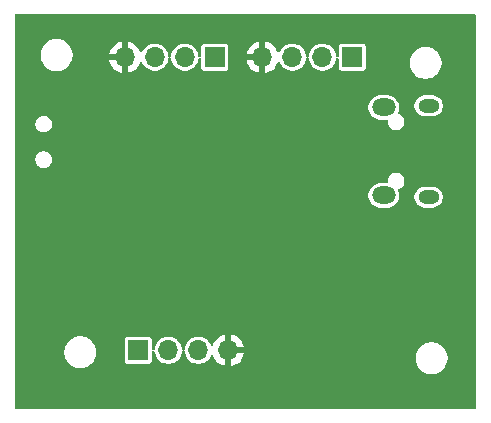
<source format=gbr>
%TF.GenerationSoftware,KiCad,Pcbnew,8.0.0*%
%TF.CreationDate,2024-03-18T00:14:29+05:30*%
%TF.ProjectId,STM,53544d2e-6b69-4636-9164-5f7063625858,rev?*%
%TF.SameCoordinates,Original*%
%TF.FileFunction,Copper,L2,Bot*%
%TF.FilePolarity,Positive*%
%FSLAX46Y46*%
G04 Gerber Fmt 4.6, Leading zero omitted, Abs format (unit mm)*
G04 Created by KiCad (PCBNEW 8.0.0) date 2024-03-18 00:14:29*
%MOMM*%
%LPD*%
G01*
G04 APERTURE LIST*
%TA.AperFunction,ComponentPad*%
%ADD10O,1.700000X1.700000*%
%TD*%
%TA.AperFunction,ComponentPad*%
%ADD11R,1.700000X1.700000*%
%TD*%
%TA.AperFunction,ComponentPad*%
%ADD12O,1.800000X1.150000*%
%TD*%
%TA.AperFunction,ComponentPad*%
%ADD13O,2.000000X1.450000*%
%TD*%
%TA.AperFunction,ViaPad*%
%ADD14C,0.600000*%
%TD*%
G04 APERTURE END LIST*
D10*
%TO.P,J2,4,Pin_4*%
%TO.N,GND*%
X26780000Y-19687500D03*
%TO.P,J2,3,Pin_3*%
%TO.N,/USART1_RX*%
X29320000Y-19687500D03*
%TO.P,J2,2,Pin_2*%
%TO.N,/USART1_TX*%
X31860000Y-19687500D03*
D11*
%TO.P,J2,1,Pin_1*%
%TO.N,+3.3V*%
X34400000Y-19687500D03*
%TD*%
%TO.P,J4,1,Pin_1*%
%TO.N,+3.3V*%
X27920000Y-44500000D03*
D10*
%TO.P,J4,2,Pin_2*%
%TO.N,/I2C2_SCL*%
X30460000Y-44500000D03*
%TO.P,J4,3,Pin_3*%
%TO.N,/I2C2_SDA*%
X33000000Y-44500000D03*
%TO.P,J4,4,Pin_4*%
%TO.N,GND*%
X35540000Y-44500000D03*
%TD*%
D11*
%TO.P,J3,1,Pin_1*%
%TO.N,+3.3V*%
X46050000Y-19687500D03*
D10*
%TO.P,J3,2,Pin_2*%
%TO.N,/SWDI0*%
X43510000Y-19687500D03*
%TO.P,J3,3,Pin_3*%
%TO.N,/SWCLK*%
X40970000Y-19687500D03*
%TO.P,J3,4,Pin_4*%
%TO.N,GND*%
X38430000Y-19687500D03*
%TD*%
D12*
%TO.P,J1,6,Shield*%
%TO.N,unconnected-(J1-Shield-Pad6)*%
X52500000Y-31537500D03*
D13*
%TO.N,unconnected-(J1-Shield-Pad6)_2*%
X48700000Y-31387500D03*
%TO.N,unconnected-(J1-Shield-Pad6)_1*%
X48700000Y-23937500D03*
D12*
%TO.N,unconnected-(J1-Shield-Pad6)_0*%
X52500000Y-23787500D03*
%TD*%
D14*
%TO.N,GND*%
X37800000Y-35400000D03*
X27400000Y-31400000D03*
X38600000Y-22400000D03*
X37200000Y-41800000D03*
X28800000Y-35800000D03*
X23800000Y-29600000D03*
X42400000Y-27975000D03*
X47356250Y-25043750D03*
X26600000Y-22000000D03*
X23000000Y-24400000D03*
X45200000Y-33000000D03*
X32245164Y-30788146D03*
X32000000Y-24500000D03*
%TD*%
%TA.AperFunction,Conductor*%
%TO.N,GND*%
G36*
X56443039Y-16019685D02*
G01*
X56488794Y-16072489D01*
X56500000Y-16124000D01*
X56500000Y-49376000D01*
X56480315Y-49443039D01*
X56427511Y-49488794D01*
X56376000Y-49500000D01*
X17624000Y-49500000D01*
X17556961Y-49480315D01*
X17511206Y-49427511D01*
X17500000Y-49376000D01*
X17500000Y-44768787D01*
X21649500Y-44768787D01*
X21659534Y-44832144D01*
X21682422Y-44976651D01*
X21682754Y-44978743D01*
X21724835Y-45108255D01*
X21748444Y-45180914D01*
X21844951Y-45370320D01*
X21969890Y-45542286D01*
X22120213Y-45692609D01*
X22292179Y-45817548D01*
X22292181Y-45817549D01*
X22292184Y-45817551D01*
X22481588Y-45914057D01*
X22683757Y-45979746D01*
X22893713Y-46013000D01*
X22893714Y-46013000D01*
X23106286Y-46013000D01*
X23106287Y-46013000D01*
X23316243Y-45979746D01*
X23518412Y-45914057D01*
X23707816Y-45817551D01*
X23768545Y-45773429D01*
X23879786Y-45692609D01*
X23879788Y-45692606D01*
X23879792Y-45692604D01*
X24030104Y-45542292D01*
X24030106Y-45542288D01*
X24030109Y-45542286D01*
X24137222Y-45394856D01*
X26769500Y-45394856D01*
X26769502Y-45394882D01*
X26772413Y-45419987D01*
X26772415Y-45419991D01*
X26817793Y-45522764D01*
X26817794Y-45522765D01*
X26897235Y-45602206D01*
X27000009Y-45647585D01*
X27025135Y-45650500D01*
X28814864Y-45650499D01*
X28814879Y-45650497D01*
X28814882Y-45650497D01*
X28839987Y-45647586D01*
X28839988Y-45647585D01*
X28839991Y-45647585D01*
X28942765Y-45602206D01*
X29022206Y-45522765D01*
X29067585Y-45419991D01*
X29070500Y-45394865D01*
X29070499Y-44656046D01*
X29090183Y-44589009D01*
X29142987Y-44543254D01*
X29212146Y-44533310D01*
X29275702Y-44562335D01*
X29313476Y-44621113D01*
X29317970Y-44644606D01*
X29322454Y-44692993D01*
X29324244Y-44712310D01*
X29377675Y-44900099D01*
X29382596Y-44917392D01*
X29382596Y-44917394D01*
X29477632Y-45108253D01*
X29532504Y-45180914D01*
X29606128Y-45278407D01*
X29763698Y-45422052D01*
X29944981Y-45534298D01*
X30143802Y-45611321D01*
X30353390Y-45650500D01*
X30353392Y-45650500D01*
X30566608Y-45650500D01*
X30566610Y-45650500D01*
X30776198Y-45611321D01*
X30975019Y-45534298D01*
X31156302Y-45422052D01*
X31313872Y-45278407D01*
X31442366Y-45108255D01*
X31506857Y-44978739D01*
X31537403Y-44917394D01*
X31537403Y-44917393D01*
X31537405Y-44917389D01*
X31595756Y-44712310D01*
X31606529Y-44596047D01*
X31632315Y-44531111D01*
X31674622Y-44500804D01*
X31783130Y-44500804D01*
X31819503Y-44521668D01*
X31851693Y-44583681D01*
X31853470Y-44596047D01*
X31864244Y-44712310D01*
X31917675Y-44900099D01*
X31922596Y-44917392D01*
X31922596Y-44917394D01*
X32017632Y-45108253D01*
X32072504Y-45180914D01*
X32146128Y-45278407D01*
X32303698Y-45422052D01*
X32484981Y-45534298D01*
X32683802Y-45611321D01*
X32893390Y-45650500D01*
X32893392Y-45650500D01*
X33106608Y-45650500D01*
X33106610Y-45650500D01*
X33316198Y-45611321D01*
X33515019Y-45534298D01*
X33696302Y-45422052D01*
X33853872Y-45278407D01*
X33982366Y-45108255D01*
X34049325Y-44973781D01*
X34096825Y-44922548D01*
X34164488Y-44905126D01*
X34230828Y-44927051D01*
X34272705Y-44976651D01*
X34366399Y-45177578D01*
X34501894Y-45371082D01*
X34668917Y-45538105D01*
X34862421Y-45673600D01*
X35076507Y-45773429D01*
X35076516Y-45773433D01*
X35290000Y-45830634D01*
X35290000Y-44933012D01*
X35347007Y-44965925D01*
X35474174Y-45000000D01*
X35605826Y-45000000D01*
X35732993Y-44965925D01*
X35790000Y-44933012D01*
X35790000Y-45830633D01*
X36003483Y-45773433D01*
X36003492Y-45773429D01*
X36217578Y-45673600D01*
X36411082Y-45538105D01*
X36578105Y-45371082D01*
X36649735Y-45268786D01*
X51399500Y-45268786D01*
X51423448Y-45419991D01*
X51432754Y-45478743D01*
X51496067Y-45673600D01*
X51498444Y-45680914D01*
X51594951Y-45870320D01*
X51719890Y-46042286D01*
X51870213Y-46192609D01*
X52042179Y-46317548D01*
X52042181Y-46317549D01*
X52042184Y-46317551D01*
X52231588Y-46414057D01*
X52433757Y-46479746D01*
X52643713Y-46513000D01*
X52643714Y-46513000D01*
X52856286Y-46513000D01*
X52856287Y-46513000D01*
X53066243Y-46479746D01*
X53268412Y-46414057D01*
X53457816Y-46317551D01*
X53479789Y-46301586D01*
X53629786Y-46192609D01*
X53629788Y-46192606D01*
X53629792Y-46192604D01*
X53780104Y-46042292D01*
X53780106Y-46042288D01*
X53780109Y-46042286D01*
X53905048Y-45870320D01*
X53905047Y-45870320D01*
X53905051Y-45870316D01*
X54001557Y-45680912D01*
X54067246Y-45478743D01*
X54100500Y-45268787D01*
X54100500Y-45056213D01*
X54067246Y-44846257D01*
X54001557Y-44644088D01*
X53905051Y-44454684D01*
X53905049Y-44454681D01*
X53905048Y-44454679D01*
X53780109Y-44282713D01*
X53629786Y-44132390D01*
X53457820Y-44007451D01*
X53268414Y-43910944D01*
X53268413Y-43910943D01*
X53268412Y-43910943D01*
X53066243Y-43845254D01*
X53066241Y-43845253D01*
X53066240Y-43845253D01*
X52904957Y-43819708D01*
X52856287Y-43812000D01*
X52643713Y-43812000D01*
X52595042Y-43819708D01*
X52433760Y-43845253D01*
X52231585Y-43910944D01*
X52042179Y-44007451D01*
X51870213Y-44132390D01*
X51719890Y-44282713D01*
X51594951Y-44454679D01*
X51498444Y-44644085D01*
X51432753Y-44846260D01*
X51399500Y-45056213D01*
X51399500Y-45268786D01*
X36649735Y-45268786D01*
X36713600Y-45177578D01*
X36813429Y-44963492D01*
X36813432Y-44963486D01*
X36870636Y-44750000D01*
X35973012Y-44750000D01*
X36005925Y-44692993D01*
X36040000Y-44565826D01*
X36040000Y-44434174D01*
X36005925Y-44307007D01*
X35973012Y-44250000D01*
X36870636Y-44250000D01*
X36870635Y-44249999D01*
X36813432Y-44036513D01*
X36813429Y-44036507D01*
X36713600Y-43822422D01*
X36713599Y-43822420D01*
X36578113Y-43628926D01*
X36578108Y-43628920D01*
X36411082Y-43461894D01*
X36217578Y-43326399D01*
X36003492Y-43226570D01*
X36003486Y-43226567D01*
X35790000Y-43169364D01*
X35790000Y-44066988D01*
X35732993Y-44034075D01*
X35605826Y-44000000D01*
X35474174Y-44000000D01*
X35347007Y-44034075D01*
X35290000Y-44066988D01*
X35290000Y-43169364D01*
X35289999Y-43169364D01*
X35076513Y-43226567D01*
X35076507Y-43226570D01*
X34862422Y-43326399D01*
X34862420Y-43326400D01*
X34668926Y-43461886D01*
X34668920Y-43461891D01*
X34501891Y-43628920D01*
X34501886Y-43628926D01*
X34366400Y-43822420D01*
X34366399Y-43822422D01*
X34272705Y-44023348D01*
X34226532Y-44075787D01*
X34159339Y-44094939D01*
X34092457Y-44074723D01*
X34049324Y-44026216D01*
X33982366Y-43891745D01*
X33853872Y-43721593D01*
X33696302Y-43577948D01*
X33515019Y-43465702D01*
X33515017Y-43465701D01*
X33373671Y-43410944D01*
X33316198Y-43388679D01*
X33106610Y-43349500D01*
X32893390Y-43349500D01*
X32683802Y-43388679D01*
X32683799Y-43388679D01*
X32683799Y-43388680D01*
X32484982Y-43465701D01*
X32484980Y-43465702D01*
X32303699Y-43577947D01*
X32146127Y-43721593D01*
X32017632Y-43891746D01*
X31922596Y-44082605D01*
X31922596Y-44082607D01*
X31864244Y-44287689D01*
X31853471Y-44403951D01*
X31827685Y-44468888D01*
X31783130Y-44500804D01*
X31674622Y-44500804D01*
X31676869Y-44499194D01*
X31640497Y-44478331D01*
X31608307Y-44416318D01*
X31606529Y-44403951D01*
X31603175Y-44367759D01*
X31595756Y-44287690D01*
X31537405Y-44082611D01*
X31537403Y-44082606D01*
X31537403Y-44082605D01*
X31442367Y-43891746D01*
X31313872Y-43721593D01*
X31216028Y-43632396D01*
X31156302Y-43577948D01*
X30975019Y-43465702D01*
X30975017Y-43465701D01*
X30833671Y-43410944D01*
X30776198Y-43388679D01*
X30566610Y-43349500D01*
X30353390Y-43349500D01*
X30143802Y-43388679D01*
X30143799Y-43388679D01*
X30143799Y-43388680D01*
X29944982Y-43465701D01*
X29944980Y-43465702D01*
X29763699Y-43577947D01*
X29606127Y-43721593D01*
X29477632Y-43891746D01*
X29382596Y-44082605D01*
X29382596Y-44082607D01*
X29324244Y-44287689D01*
X29317970Y-44355394D01*
X29292183Y-44420331D01*
X29235383Y-44461018D01*
X29165602Y-44464538D01*
X29104995Y-44429772D01*
X29072806Y-44367759D01*
X29070499Y-44343952D01*
X29070499Y-43605143D01*
X29070499Y-43605136D01*
X29070497Y-43605117D01*
X29067586Y-43580012D01*
X29067585Y-43580010D01*
X29067585Y-43580009D01*
X29022206Y-43477235D01*
X28942765Y-43397794D01*
X28922124Y-43388680D01*
X28839992Y-43352415D01*
X28814865Y-43349500D01*
X27025143Y-43349500D01*
X27025117Y-43349502D01*
X27000012Y-43352413D01*
X27000008Y-43352415D01*
X26897235Y-43397793D01*
X26817794Y-43477234D01*
X26772415Y-43580006D01*
X26772415Y-43580008D01*
X26769500Y-43605131D01*
X26769500Y-45394856D01*
X24137222Y-45394856D01*
X24155048Y-45370320D01*
X24155047Y-45370320D01*
X24155051Y-45370316D01*
X24251557Y-45180912D01*
X24317246Y-44978743D01*
X24350500Y-44768787D01*
X24350500Y-44556213D01*
X24317246Y-44346257D01*
X24251557Y-44144088D01*
X24155051Y-43954684D01*
X24155049Y-43954681D01*
X24155048Y-43954679D01*
X24030109Y-43782713D01*
X23879786Y-43632390D01*
X23707820Y-43507451D01*
X23518414Y-43410944D01*
X23518413Y-43410943D01*
X23518412Y-43410943D01*
X23316243Y-43345254D01*
X23316241Y-43345253D01*
X23316240Y-43345253D01*
X23154957Y-43319708D01*
X23106287Y-43312000D01*
X22893713Y-43312000D01*
X22845042Y-43319708D01*
X22683760Y-43345253D01*
X22481585Y-43410944D01*
X22292179Y-43507451D01*
X22120213Y-43632390D01*
X21969890Y-43782713D01*
X21844951Y-43954679D01*
X21748444Y-44144085D01*
X21682753Y-44346260D01*
X21649500Y-44556213D01*
X21649500Y-44768787D01*
X17500000Y-44768787D01*
X17500000Y-31488507D01*
X47399500Y-31488507D01*
X47438907Y-31686619D01*
X47438909Y-31686627D01*
X47516212Y-31873252D01*
X47516217Y-31873262D01*
X47628441Y-32041218D01*
X47771281Y-32184058D01*
X47939237Y-32296282D01*
X47939241Y-32296284D01*
X47939244Y-32296286D01*
X48125873Y-32373591D01*
X48323992Y-32412999D01*
X48323996Y-32413000D01*
X48323997Y-32413000D01*
X49076004Y-32413000D01*
X49076005Y-32412999D01*
X49274127Y-32373591D01*
X49460756Y-32296286D01*
X49628718Y-32184058D01*
X49771558Y-32041218D01*
X49883786Y-31873256D01*
X49961091Y-31686627D01*
X49973601Y-31623733D01*
X51299500Y-31623733D01*
X51333143Y-31792866D01*
X51333146Y-31792878D01*
X51399138Y-31952198D01*
X51399145Y-31952211D01*
X51494954Y-32095598D01*
X51494957Y-32095602D01*
X51616897Y-32217542D01*
X51616901Y-32217545D01*
X51760288Y-32313354D01*
X51760301Y-32313361D01*
X51905708Y-32373590D01*
X51919626Y-32379355D01*
X52088766Y-32412999D01*
X52088769Y-32413000D01*
X52088771Y-32413000D01*
X52911231Y-32413000D01*
X52911232Y-32412999D01*
X53080374Y-32379355D01*
X53239705Y-32313358D01*
X53383099Y-32217545D01*
X53505045Y-32095599D01*
X53600858Y-31952205D01*
X53666855Y-31792874D01*
X53700500Y-31623729D01*
X53700500Y-31451271D01*
X53700500Y-31451268D01*
X53700499Y-31451266D01*
X53666856Y-31282133D01*
X53666855Y-31282126D01*
X53666853Y-31282121D01*
X53600861Y-31122801D01*
X53600854Y-31122788D01*
X53505045Y-30979401D01*
X53505042Y-30979397D01*
X53383102Y-30857457D01*
X53383098Y-30857454D01*
X53239711Y-30761645D01*
X53239698Y-30761638D01*
X53080378Y-30695646D01*
X53080366Y-30695643D01*
X52911232Y-30662000D01*
X52911229Y-30662000D01*
X52088771Y-30662000D01*
X52088768Y-30662000D01*
X51919633Y-30695643D01*
X51919621Y-30695646D01*
X51760301Y-30761638D01*
X51760288Y-30761645D01*
X51616901Y-30857454D01*
X51616897Y-30857457D01*
X51494957Y-30979397D01*
X51494954Y-30979401D01*
X51399145Y-31122788D01*
X51399138Y-31122801D01*
X51333146Y-31282121D01*
X51333143Y-31282133D01*
X51299500Y-31451266D01*
X51299500Y-31623733D01*
X49973601Y-31623733D01*
X50000500Y-31488503D01*
X50000500Y-31286497D01*
X49961091Y-31088373D01*
X49919932Y-30989007D01*
X49912463Y-30919537D01*
X49943738Y-30857058D01*
X49994060Y-30827200D01*
X49993207Y-30824952D01*
X50000222Y-30822290D01*
X50000225Y-30822290D01*
X50150852Y-30743234D01*
X50278183Y-30630429D01*
X50374818Y-30490430D01*
X50435140Y-30331372D01*
X50455645Y-30162500D01*
X50435140Y-29993628D01*
X50374818Y-29834570D01*
X50278183Y-29694571D01*
X50150852Y-29581766D01*
X50150849Y-29581763D01*
X50000226Y-29502710D01*
X49835056Y-29462000D01*
X49664944Y-29462000D01*
X49499773Y-29502710D01*
X49349150Y-29581763D01*
X49221816Y-29694572D01*
X49125182Y-29834568D01*
X49064860Y-29993625D01*
X49064859Y-29993630D01*
X49044355Y-30162499D01*
X49051708Y-30223053D01*
X49040248Y-30291976D01*
X48993344Y-30343763D01*
X48928612Y-30362000D01*
X48323992Y-30362000D01*
X48125880Y-30401407D01*
X48125872Y-30401409D01*
X47939247Y-30478712D01*
X47939237Y-30478717D01*
X47771281Y-30590941D01*
X47628441Y-30733781D01*
X47516217Y-30901737D01*
X47516212Y-30901747D01*
X47438909Y-31088372D01*
X47438907Y-31088380D01*
X47399500Y-31286492D01*
X47399500Y-31488507D01*
X17500000Y-31488507D01*
X17500000Y-28418995D01*
X19199499Y-28418995D01*
X19226418Y-28554322D01*
X19226421Y-28554332D01*
X19279221Y-28681804D01*
X19279228Y-28681817D01*
X19355885Y-28796541D01*
X19355888Y-28796545D01*
X19453454Y-28894111D01*
X19453458Y-28894114D01*
X19568182Y-28970771D01*
X19568195Y-28970778D01*
X19695667Y-29023578D01*
X19695672Y-29023580D01*
X19695676Y-29023580D01*
X19695677Y-29023581D01*
X19831004Y-29050500D01*
X19831007Y-29050500D01*
X19968995Y-29050500D01*
X20060041Y-29032389D01*
X20104328Y-29023580D01*
X20231811Y-28970775D01*
X20346542Y-28894114D01*
X20444114Y-28796542D01*
X20520775Y-28681811D01*
X20573580Y-28554328D01*
X20600500Y-28418993D01*
X20600500Y-28281007D01*
X20600500Y-28281004D01*
X20573581Y-28145677D01*
X20573580Y-28145676D01*
X20573580Y-28145672D01*
X20573578Y-28145667D01*
X20520778Y-28018195D01*
X20520771Y-28018182D01*
X20444114Y-27903458D01*
X20444111Y-27903454D01*
X20346545Y-27805888D01*
X20346541Y-27805885D01*
X20231817Y-27729228D01*
X20231804Y-27729221D01*
X20104332Y-27676421D01*
X20104322Y-27676418D01*
X19968995Y-27649500D01*
X19968993Y-27649500D01*
X19831007Y-27649500D01*
X19831005Y-27649500D01*
X19695677Y-27676418D01*
X19695667Y-27676421D01*
X19568195Y-27729221D01*
X19568182Y-27729228D01*
X19453458Y-27805885D01*
X19453454Y-27805888D01*
X19355888Y-27903454D01*
X19355885Y-27903458D01*
X19279228Y-28018182D01*
X19279221Y-28018195D01*
X19226421Y-28145667D01*
X19226418Y-28145677D01*
X19199500Y-28281004D01*
X19199500Y-28281007D01*
X19199500Y-28418993D01*
X19199500Y-28418995D01*
X19199499Y-28418995D01*
X17500000Y-28418995D01*
X17500000Y-25418995D01*
X19199499Y-25418995D01*
X19226418Y-25554322D01*
X19226421Y-25554332D01*
X19279221Y-25681804D01*
X19279228Y-25681817D01*
X19355885Y-25796541D01*
X19355888Y-25796545D01*
X19453454Y-25894111D01*
X19453458Y-25894114D01*
X19568182Y-25970771D01*
X19568195Y-25970778D01*
X19695667Y-26023578D01*
X19695672Y-26023580D01*
X19695676Y-26023580D01*
X19695677Y-26023581D01*
X19831004Y-26050500D01*
X19831007Y-26050500D01*
X19968995Y-26050500D01*
X20060041Y-26032389D01*
X20104328Y-26023580D01*
X20231811Y-25970775D01*
X20346542Y-25894114D01*
X20444114Y-25796542D01*
X20520775Y-25681811D01*
X20573580Y-25554328D01*
X20600500Y-25418993D01*
X20600500Y-25281007D01*
X20600500Y-25281004D01*
X20573581Y-25145677D01*
X20573580Y-25145676D01*
X20573580Y-25145672D01*
X20527941Y-25035489D01*
X20520778Y-25018195D01*
X20520771Y-25018182D01*
X20444114Y-24903458D01*
X20444111Y-24903454D01*
X20346545Y-24805888D01*
X20346541Y-24805885D01*
X20231817Y-24729228D01*
X20231804Y-24729221D01*
X20104332Y-24676421D01*
X20104322Y-24676418D01*
X19968995Y-24649500D01*
X19968993Y-24649500D01*
X19831007Y-24649500D01*
X19831005Y-24649500D01*
X19695677Y-24676418D01*
X19695667Y-24676421D01*
X19568195Y-24729221D01*
X19568182Y-24729228D01*
X19453458Y-24805885D01*
X19453454Y-24805888D01*
X19355888Y-24903454D01*
X19355885Y-24903458D01*
X19279228Y-25018182D01*
X19279221Y-25018195D01*
X19226421Y-25145667D01*
X19226418Y-25145677D01*
X19199500Y-25281004D01*
X19199500Y-25281007D01*
X19199500Y-25418993D01*
X19199500Y-25418995D01*
X19199499Y-25418995D01*
X17500000Y-25418995D01*
X17500000Y-24038507D01*
X47399500Y-24038507D01*
X47438907Y-24236619D01*
X47438909Y-24236627D01*
X47516212Y-24423252D01*
X47516217Y-24423262D01*
X47628441Y-24591218D01*
X47771281Y-24734058D01*
X47939237Y-24846282D01*
X47939241Y-24846284D01*
X47939244Y-24846286D01*
X48125873Y-24923591D01*
X48323484Y-24962898D01*
X48323992Y-24962999D01*
X48323996Y-24963000D01*
X48928612Y-24963000D01*
X48995651Y-24982685D01*
X49041406Y-25035489D01*
X49051708Y-25101947D01*
X49044355Y-25162500D01*
X49064859Y-25331369D01*
X49064860Y-25331374D01*
X49125182Y-25490431D01*
X49187475Y-25580677D01*
X49221817Y-25630429D01*
X49327505Y-25724060D01*
X49349150Y-25743236D01*
X49499773Y-25822289D01*
X49499775Y-25822290D01*
X49664944Y-25863000D01*
X49835056Y-25863000D01*
X50000225Y-25822290D01*
X50079692Y-25780581D01*
X50150849Y-25743236D01*
X50150850Y-25743234D01*
X50150852Y-25743234D01*
X50278183Y-25630429D01*
X50374818Y-25490430D01*
X50435140Y-25331372D01*
X50455645Y-25162500D01*
X50435140Y-24993628D01*
X50423524Y-24963000D01*
X50400942Y-24903454D01*
X50374818Y-24834570D01*
X50278183Y-24694571D01*
X50150852Y-24581766D01*
X50150849Y-24581763D01*
X50000225Y-24502709D01*
X49993210Y-24500049D01*
X49994131Y-24497619D01*
X49944438Y-24468686D01*
X49912649Y-24406467D01*
X49919544Y-24336939D01*
X49919932Y-24335992D01*
X49961091Y-24236627D01*
X50000500Y-24038503D01*
X50000500Y-23873733D01*
X51299500Y-23873733D01*
X51333143Y-24042866D01*
X51333146Y-24042878D01*
X51399138Y-24202198D01*
X51399145Y-24202211D01*
X51494954Y-24345598D01*
X51494957Y-24345602D01*
X51616897Y-24467542D01*
X51616901Y-24467545D01*
X51760288Y-24563354D01*
X51760301Y-24563361D01*
X51919621Y-24629353D01*
X51919626Y-24629355D01*
X52088766Y-24662999D01*
X52088769Y-24663000D01*
X52088771Y-24663000D01*
X52911231Y-24663000D01*
X52911232Y-24662999D01*
X53080374Y-24629355D01*
X53239705Y-24563358D01*
X53383099Y-24467545D01*
X53505045Y-24345599D01*
X53600858Y-24202205D01*
X53666855Y-24042874D01*
X53700500Y-23873729D01*
X53700500Y-23701271D01*
X53700500Y-23701268D01*
X53700499Y-23701266D01*
X53687989Y-23638373D01*
X53666855Y-23532126D01*
X53633557Y-23451737D01*
X53600861Y-23372801D01*
X53600854Y-23372788D01*
X53505045Y-23229401D01*
X53505042Y-23229397D01*
X53383102Y-23107457D01*
X53383098Y-23107454D01*
X53239711Y-23011645D01*
X53239698Y-23011638D01*
X53080378Y-22945646D01*
X53080366Y-22945643D01*
X52911232Y-22912000D01*
X52911229Y-22912000D01*
X52088771Y-22912000D01*
X52088768Y-22912000D01*
X51919633Y-22945643D01*
X51919621Y-22945646D01*
X51760301Y-23011638D01*
X51760288Y-23011645D01*
X51616901Y-23107454D01*
X51616897Y-23107457D01*
X51494957Y-23229397D01*
X51494954Y-23229401D01*
X51399145Y-23372788D01*
X51399138Y-23372801D01*
X51333146Y-23532121D01*
X51333143Y-23532133D01*
X51299500Y-23701266D01*
X51299500Y-23873733D01*
X50000500Y-23873733D01*
X50000500Y-23836497D01*
X49961091Y-23638373D01*
X49883786Y-23451744D01*
X49883784Y-23451741D01*
X49883782Y-23451737D01*
X49771558Y-23283781D01*
X49628718Y-23140941D01*
X49460762Y-23028717D01*
X49460752Y-23028712D01*
X49274127Y-22951409D01*
X49274119Y-22951407D01*
X49076007Y-22912000D01*
X49076003Y-22912000D01*
X48323997Y-22912000D01*
X48323992Y-22912000D01*
X48125880Y-22951407D01*
X48125872Y-22951409D01*
X47939247Y-23028712D01*
X47939237Y-23028717D01*
X47771281Y-23140941D01*
X47628441Y-23283781D01*
X47516217Y-23451737D01*
X47516212Y-23451747D01*
X47438909Y-23638372D01*
X47438907Y-23638380D01*
X47399500Y-23836492D01*
X47399500Y-24038507D01*
X17500000Y-24038507D01*
X17500000Y-19606286D01*
X19649500Y-19606286D01*
X19677575Y-19783548D01*
X19682754Y-19816243D01*
X19703630Y-19880493D01*
X19748444Y-20018414D01*
X19844951Y-20207820D01*
X19969890Y-20379786D01*
X20120213Y-20530109D01*
X20292179Y-20655048D01*
X20292181Y-20655049D01*
X20292184Y-20655051D01*
X20481588Y-20751557D01*
X20683757Y-20817246D01*
X20893713Y-20850500D01*
X20893714Y-20850500D01*
X21106286Y-20850500D01*
X21106287Y-20850500D01*
X21316243Y-20817246D01*
X21518412Y-20751557D01*
X21707816Y-20655051D01*
X21729789Y-20639086D01*
X21879786Y-20530109D01*
X21879788Y-20530106D01*
X21879792Y-20530104D01*
X22030104Y-20379792D01*
X22030106Y-20379788D01*
X22030109Y-20379786D01*
X22155048Y-20207820D01*
X22155047Y-20207820D01*
X22155051Y-20207816D01*
X22251557Y-20018412D01*
X22277847Y-19937500D01*
X25449364Y-19937500D01*
X25506567Y-20150986D01*
X25506570Y-20150992D01*
X25606399Y-20365078D01*
X25741894Y-20558582D01*
X25908917Y-20725605D01*
X26102421Y-20861100D01*
X26316507Y-20960929D01*
X26316516Y-20960933D01*
X26530000Y-21018134D01*
X26530000Y-20120512D01*
X26587007Y-20153425D01*
X26714174Y-20187500D01*
X26845826Y-20187500D01*
X26972993Y-20153425D01*
X27030000Y-20120512D01*
X27030000Y-21018133D01*
X27243483Y-20960933D01*
X27243492Y-20960929D01*
X27457578Y-20861100D01*
X27651082Y-20725605D01*
X27818105Y-20558582D01*
X27953600Y-20365078D01*
X28047294Y-20164151D01*
X28093466Y-20111712D01*
X28160660Y-20092560D01*
X28227541Y-20112776D01*
X28270676Y-20161285D01*
X28337632Y-20295753D01*
X28401096Y-20379792D01*
X28466128Y-20465907D01*
X28623698Y-20609552D01*
X28804981Y-20721798D01*
X29003802Y-20798821D01*
X29213390Y-20838000D01*
X29213392Y-20838000D01*
X29426608Y-20838000D01*
X29426610Y-20838000D01*
X29636198Y-20798821D01*
X29835019Y-20721798D01*
X30016302Y-20609552D01*
X30173872Y-20465907D01*
X30302366Y-20295755D01*
X30356270Y-20187500D01*
X30397403Y-20104894D01*
X30397403Y-20104893D01*
X30397405Y-20104889D01*
X30455756Y-19899810D01*
X30466529Y-19783547D01*
X30492315Y-19718611D01*
X30534622Y-19688304D01*
X30643130Y-19688304D01*
X30679503Y-19709168D01*
X30711693Y-19771181D01*
X30713470Y-19783547D01*
X30724244Y-19899810D01*
X30777675Y-20087599D01*
X30782596Y-20104892D01*
X30782596Y-20104894D01*
X30877632Y-20295753D01*
X30941096Y-20379792D01*
X31006128Y-20465907D01*
X31163698Y-20609552D01*
X31344981Y-20721798D01*
X31543802Y-20798821D01*
X31753390Y-20838000D01*
X31753392Y-20838000D01*
X31966608Y-20838000D01*
X31966610Y-20838000D01*
X32176198Y-20798821D01*
X32375019Y-20721798D01*
X32556302Y-20609552D01*
X32713872Y-20465907D01*
X32842366Y-20295755D01*
X32896270Y-20187500D01*
X32937403Y-20104894D01*
X32937403Y-20104893D01*
X32937405Y-20104889D01*
X32995756Y-19899810D01*
X33002029Y-19832105D01*
X33027814Y-19767169D01*
X33084614Y-19726481D01*
X33154395Y-19722961D01*
X33215002Y-19757725D01*
X33247193Y-19819738D01*
X33249500Y-19843547D01*
X33249500Y-20582356D01*
X33249502Y-20582382D01*
X33252413Y-20607487D01*
X33252415Y-20607491D01*
X33297793Y-20710264D01*
X33297794Y-20710265D01*
X33377235Y-20789706D01*
X33480009Y-20835085D01*
X33505135Y-20838000D01*
X35294864Y-20837999D01*
X35294879Y-20837997D01*
X35294882Y-20837997D01*
X35319987Y-20835086D01*
X35319988Y-20835085D01*
X35319991Y-20835085D01*
X35422765Y-20789706D01*
X35502206Y-20710265D01*
X35547585Y-20607491D01*
X35550500Y-20582365D01*
X35550500Y-19937500D01*
X37099364Y-19937500D01*
X37156567Y-20150986D01*
X37156570Y-20150992D01*
X37256399Y-20365078D01*
X37391894Y-20558582D01*
X37558917Y-20725605D01*
X37752421Y-20861100D01*
X37966507Y-20960929D01*
X37966516Y-20960933D01*
X38180000Y-21018134D01*
X38180000Y-20120512D01*
X38237007Y-20153425D01*
X38364174Y-20187500D01*
X38495826Y-20187500D01*
X38622993Y-20153425D01*
X38680000Y-20120512D01*
X38680000Y-21018133D01*
X38893483Y-20960933D01*
X38893492Y-20960929D01*
X39107578Y-20861100D01*
X39301082Y-20725605D01*
X39468105Y-20558582D01*
X39603600Y-20365078D01*
X39697294Y-20164151D01*
X39743466Y-20111712D01*
X39810660Y-20092560D01*
X39877541Y-20112776D01*
X39920676Y-20161285D01*
X39987632Y-20295753D01*
X40051096Y-20379792D01*
X40116128Y-20465907D01*
X40273698Y-20609552D01*
X40454981Y-20721798D01*
X40653802Y-20798821D01*
X40863390Y-20838000D01*
X40863392Y-20838000D01*
X41076608Y-20838000D01*
X41076610Y-20838000D01*
X41286198Y-20798821D01*
X41485019Y-20721798D01*
X41666302Y-20609552D01*
X41823872Y-20465907D01*
X41952366Y-20295755D01*
X42006270Y-20187500D01*
X42047403Y-20104894D01*
X42047403Y-20104893D01*
X42047405Y-20104889D01*
X42105756Y-19899810D01*
X42116529Y-19783547D01*
X42142315Y-19718611D01*
X42184622Y-19688304D01*
X42293130Y-19688304D01*
X42329503Y-19709168D01*
X42361693Y-19771181D01*
X42363470Y-19783547D01*
X42374244Y-19899810D01*
X42427675Y-20087599D01*
X42432596Y-20104892D01*
X42432596Y-20104894D01*
X42527632Y-20295753D01*
X42591096Y-20379792D01*
X42656128Y-20465907D01*
X42813698Y-20609552D01*
X42994981Y-20721798D01*
X43193802Y-20798821D01*
X43403390Y-20838000D01*
X43403392Y-20838000D01*
X43616608Y-20838000D01*
X43616610Y-20838000D01*
X43826198Y-20798821D01*
X44025019Y-20721798D01*
X44206302Y-20609552D01*
X44363872Y-20465907D01*
X44492366Y-20295755D01*
X44546270Y-20187500D01*
X44587403Y-20104894D01*
X44587403Y-20104893D01*
X44587405Y-20104889D01*
X44645756Y-19899810D01*
X44652029Y-19832105D01*
X44677814Y-19767169D01*
X44734614Y-19726481D01*
X44804395Y-19722961D01*
X44865002Y-19757725D01*
X44897193Y-19819738D01*
X44899500Y-19843547D01*
X44899500Y-20582356D01*
X44899502Y-20582382D01*
X44902413Y-20607487D01*
X44902415Y-20607491D01*
X44947793Y-20710264D01*
X44947794Y-20710265D01*
X45027235Y-20789706D01*
X45130009Y-20835085D01*
X45155135Y-20838000D01*
X46944864Y-20837999D01*
X46944879Y-20837997D01*
X46944882Y-20837997D01*
X46969987Y-20835086D01*
X46969988Y-20835085D01*
X46969991Y-20835085D01*
X47072765Y-20789706D01*
X47152206Y-20710265D01*
X47197585Y-20607491D01*
X47200500Y-20582365D01*
X47200500Y-20268786D01*
X50899500Y-20268786D01*
X50930720Y-20465906D01*
X50932754Y-20478743D01*
X50990040Y-20655051D01*
X50998444Y-20680914D01*
X51094951Y-20870320D01*
X51219890Y-21042286D01*
X51370213Y-21192609D01*
X51542179Y-21317548D01*
X51542181Y-21317549D01*
X51542184Y-21317551D01*
X51731588Y-21414057D01*
X51933757Y-21479746D01*
X52143713Y-21513000D01*
X52143714Y-21513000D01*
X52356286Y-21513000D01*
X52356287Y-21513000D01*
X52566243Y-21479746D01*
X52768412Y-21414057D01*
X52957816Y-21317551D01*
X52979789Y-21301586D01*
X53129786Y-21192609D01*
X53129788Y-21192606D01*
X53129792Y-21192604D01*
X53280104Y-21042292D01*
X53280106Y-21042288D01*
X53280109Y-21042286D01*
X53405048Y-20870320D01*
X53405047Y-20870320D01*
X53405051Y-20870316D01*
X53501557Y-20680912D01*
X53567246Y-20478743D01*
X53600500Y-20268787D01*
X53600500Y-20056213D01*
X53567246Y-19846257D01*
X53501557Y-19644088D01*
X53405051Y-19454684D01*
X53405049Y-19454681D01*
X53405048Y-19454679D01*
X53280109Y-19282713D01*
X53129786Y-19132390D01*
X52957820Y-19007451D01*
X52768414Y-18910944D01*
X52768413Y-18910943D01*
X52768412Y-18910943D01*
X52566243Y-18845254D01*
X52566241Y-18845253D01*
X52566240Y-18845253D01*
X52384231Y-18816426D01*
X52356287Y-18812000D01*
X52143713Y-18812000D01*
X52115769Y-18816426D01*
X51933760Y-18845253D01*
X51731585Y-18910944D01*
X51542179Y-19007451D01*
X51370213Y-19132390D01*
X51219890Y-19282713D01*
X51094951Y-19454679D01*
X50998444Y-19644085D01*
X50932753Y-19846260D01*
X50899500Y-20056213D01*
X50899500Y-20268786D01*
X47200500Y-20268786D01*
X47200499Y-18792636D01*
X47200446Y-18792179D01*
X47197586Y-18767512D01*
X47197585Y-18767510D01*
X47197585Y-18767509D01*
X47152206Y-18664735D01*
X47072765Y-18585294D01*
X47052124Y-18576180D01*
X46969992Y-18539915D01*
X46944865Y-18537000D01*
X45155143Y-18537000D01*
X45155117Y-18537002D01*
X45130012Y-18539913D01*
X45130008Y-18539915D01*
X45027235Y-18585293D01*
X44947794Y-18664734D01*
X44902415Y-18767506D01*
X44902415Y-18767508D01*
X44899500Y-18792631D01*
X44899500Y-19531451D01*
X44879815Y-19598490D01*
X44827011Y-19644245D01*
X44757853Y-19654189D01*
X44694297Y-19625164D01*
X44656523Y-19566386D01*
X44652029Y-19542891D01*
X44645756Y-19475189D01*
X44618812Y-19380493D01*
X44587405Y-19270111D01*
X44587403Y-19270106D01*
X44587403Y-19270105D01*
X44492367Y-19079246D01*
X44363872Y-18909093D01*
X44293843Y-18845253D01*
X44206302Y-18765448D01*
X44025019Y-18653202D01*
X44025017Y-18653201D01*
X43925608Y-18614690D01*
X43826198Y-18576179D01*
X43616610Y-18537000D01*
X43403390Y-18537000D01*
X43193802Y-18576179D01*
X43193799Y-18576179D01*
X43193799Y-18576180D01*
X42994982Y-18653201D01*
X42994980Y-18653202D01*
X42813699Y-18765447D01*
X42656127Y-18909093D01*
X42527632Y-19079246D01*
X42432596Y-19270105D01*
X42432596Y-19270107D01*
X42374244Y-19475189D01*
X42363471Y-19591451D01*
X42337685Y-19656388D01*
X42293130Y-19688304D01*
X42184622Y-19688304D01*
X42186869Y-19686694D01*
X42150497Y-19665831D01*
X42118307Y-19603818D01*
X42116529Y-19591451D01*
X42110969Y-19531451D01*
X42105756Y-19475190D01*
X42047405Y-19270111D01*
X42047403Y-19270106D01*
X42047403Y-19270105D01*
X41952367Y-19079246D01*
X41823872Y-18909093D01*
X41753843Y-18845253D01*
X41666302Y-18765448D01*
X41485019Y-18653202D01*
X41485017Y-18653201D01*
X41385608Y-18614690D01*
X41286198Y-18576179D01*
X41076610Y-18537000D01*
X40863390Y-18537000D01*
X40653802Y-18576179D01*
X40653799Y-18576179D01*
X40653799Y-18576180D01*
X40454982Y-18653201D01*
X40454980Y-18653202D01*
X40273699Y-18765447D01*
X40116127Y-18909093D01*
X39987634Y-19079244D01*
X39920676Y-19213715D01*
X39873173Y-19264952D01*
X39805510Y-19282373D01*
X39739170Y-19260447D01*
X39697294Y-19210848D01*
X39603600Y-19009922D01*
X39603599Y-19009920D01*
X39468113Y-18816426D01*
X39468108Y-18816420D01*
X39301082Y-18649394D01*
X39107578Y-18513899D01*
X38893492Y-18414070D01*
X38893486Y-18414067D01*
X38680000Y-18356864D01*
X38680000Y-19254488D01*
X38622993Y-19221575D01*
X38495826Y-19187500D01*
X38364174Y-19187500D01*
X38237007Y-19221575D01*
X38180000Y-19254488D01*
X38180000Y-18356864D01*
X38179999Y-18356864D01*
X37966513Y-18414067D01*
X37966507Y-18414070D01*
X37752422Y-18513899D01*
X37752420Y-18513900D01*
X37558926Y-18649386D01*
X37558920Y-18649391D01*
X37391891Y-18816420D01*
X37391886Y-18816426D01*
X37256400Y-19009920D01*
X37256399Y-19009922D01*
X37156570Y-19224007D01*
X37156567Y-19224013D01*
X37099364Y-19437499D01*
X37099364Y-19437500D01*
X37996988Y-19437500D01*
X37964075Y-19494507D01*
X37930000Y-19621674D01*
X37930000Y-19753326D01*
X37964075Y-19880493D01*
X37996988Y-19937500D01*
X37099364Y-19937500D01*
X35550500Y-19937500D01*
X35550499Y-18792636D01*
X35550446Y-18792179D01*
X35547586Y-18767512D01*
X35547585Y-18767510D01*
X35547585Y-18767509D01*
X35502206Y-18664735D01*
X35422765Y-18585294D01*
X35402124Y-18576180D01*
X35319992Y-18539915D01*
X35294865Y-18537000D01*
X33505143Y-18537000D01*
X33505117Y-18537002D01*
X33480012Y-18539913D01*
X33480008Y-18539915D01*
X33377235Y-18585293D01*
X33297794Y-18664734D01*
X33252415Y-18767506D01*
X33252415Y-18767508D01*
X33249500Y-18792631D01*
X33249500Y-19531451D01*
X33229815Y-19598490D01*
X33177011Y-19644245D01*
X33107853Y-19654189D01*
X33044297Y-19625164D01*
X33006523Y-19566386D01*
X33002029Y-19542891D01*
X32995756Y-19475189D01*
X32968812Y-19380493D01*
X32937405Y-19270111D01*
X32937403Y-19270106D01*
X32937403Y-19270105D01*
X32842367Y-19079246D01*
X32713872Y-18909093D01*
X32643843Y-18845253D01*
X32556302Y-18765448D01*
X32375019Y-18653202D01*
X32375017Y-18653201D01*
X32275608Y-18614690D01*
X32176198Y-18576179D01*
X31966610Y-18537000D01*
X31753390Y-18537000D01*
X31543802Y-18576179D01*
X31543799Y-18576179D01*
X31543799Y-18576180D01*
X31344982Y-18653201D01*
X31344980Y-18653202D01*
X31163699Y-18765447D01*
X31006127Y-18909093D01*
X30877632Y-19079246D01*
X30782596Y-19270105D01*
X30782596Y-19270107D01*
X30724244Y-19475189D01*
X30713471Y-19591451D01*
X30687685Y-19656388D01*
X30643130Y-19688304D01*
X30534622Y-19688304D01*
X30536869Y-19686694D01*
X30500497Y-19665831D01*
X30468307Y-19603818D01*
X30466529Y-19591451D01*
X30460969Y-19531451D01*
X30455756Y-19475190D01*
X30397405Y-19270111D01*
X30397403Y-19270106D01*
X30397403Y-19270105D01*
X30302367Y-19079246D01*
X30173872Y-18909093D01*
X30103843Y-18845253D01*
X30016302Y-18765448D01*
X29835019Y-18653202D01*
X29835017Y-18653201D01*
X29735608Y-18614690D01*
X29636198Y-18576179D01*
X29426610Y-18537000D01*
X29213390Y-18537000D01*
X29003802Y-18576179D01*
X29003799Y-18576179D01*
X29003799Y-18576180D01*
X28804982Y-18653201D01*
X28804980Y-18653202D01*
X28623699Y-18765447D01*
X28466127Y-18909093D01*
X28337634Y-19079244D01*
X28270676Y-19213715D01*
X28223173Y-19264952D01*
X28155510Y-19282373D01*
X28089170Y-19260447D01*
X28047294Y-19210848D01*
X27953600Y-19009922D01*
X27953599Y-19009920D01*
X27818113Y-18816426D01*
X27818108Y-18816420D01*
X27651082Y-18649394D01*
X27457578Y-18513899D01*
X27243492Y-18414070D01*
X27243486Y-18414067D01*
X27030000Y-18356864D01*
X27030000Y-19254488D01*
X26972993Y-19221575D01*
X26845826Y-19187500D01*
X26714174Y-19187500D01*
X26587007Y-19221575D01*
X26530000Y-19254488D01*
X26530000Y-18356864D01*
X26529999Y-18356864D01*
X26316513Y-18414067D01*
X26316507Y-18414070D01*
X26102422Y-18513899D01*
X26102420Y-18513900D01*
X25908926Y-18649386D01*
X25908920Y-18649391D01*
X25741891Y-18816420D01*
X25741886Y-18816426D01*
X25606400Y-19009920D01*
X25606399Y-19009922D01*
X25506570Y-19224007D01*
X25506567Y-19224013D01*
X25449364Y-19437499D01*
X25449364Y-19437500D01*
X26346988Y-19437500D01*
X26314075Y-19494507D01*
X26280000Y-19621674D01*
X26280000Y-19753326D01*
X26314075Y-19880493D01*
X26346988Y-19937500D01*
X25449364Y-19937500D01*
X22277847Y-19937500D01*
X22317246Y-19816243D01*
X22350500Y-19606287D01*
X22350500Y-19393713D01*
X22317246Y-19183757D01*
X22251557Y-18981588D01*
X22155051Y-18792184D01*
X22155049Y-18792181D01*
X22155048Y-18792179D01*
X22030109Y-18620213D01*
X21879786Y-18469890D01*
X21707820Y-18344951D01*
X21518414Y-18248444D01*
X21518413Y-18248443D01*
X21518412Y-18248443D01*
X21316243Y-18182754D01*
X21316241Y-18182753D01*
X21316240Y-18182753D01*
X21154957Y-18157208D01*
X21106287Y-18149500D01*
X20893713Y-18149500D01*
X20845042Y-18157208D01*
X20683760Y-18182753D01*
X20481585Y-18248444D01*
X20292179Y-18344951D01*
X20120213Y-18469890D01*
X19969890Y-18620213D01*
X19844951Y-18792179D01*
X19748444Y-18981585D01*
X19682753Y-19183760D01*
X19649500Y-19393713D01*
X19649500Y-19606286D01*
X17500000Y-19606286D01*
X17500000Y-16124000D01*
X17519685Y-16056961D01*
X17572489Y-16011206D01*
X17624000Y-16000000D01*
X56376000Y-16000000D01*
X56443039Y-16019685D01*
G37*
%TD.AperFunction*%
%TD*%
M02*

</source>
